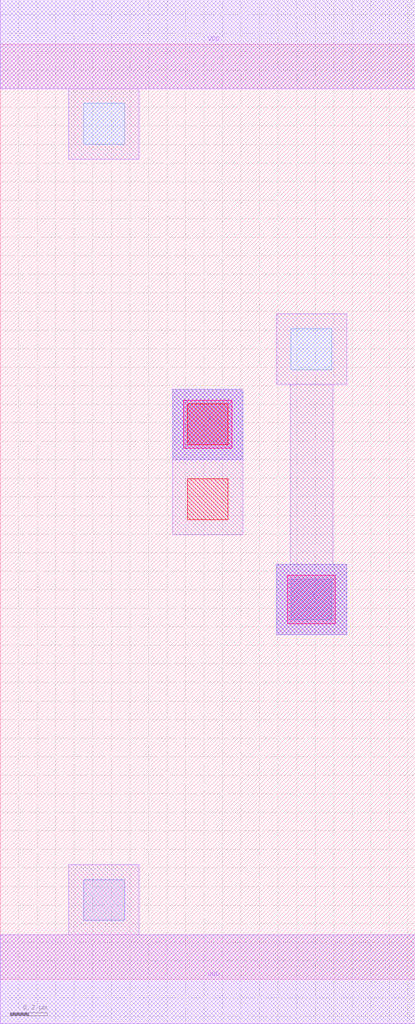
<source format=lef>
MACRO INV
 CLASS CORE ;
 FOREIGN INV 0 0 ;
 SIZE 2.24 BY 5.04 ;
 ORIGIN 0 0 ;
 SYMMETRY X Y R90 ;
 SITE unit ;
  PIN VDD
   DIRECTION INOUT ;
   USE POWER ;
   SHAPE ABUTMENT ;
    PORT
     CLASS CORE ;
       LAYER met1 ;
        RECT 0.00000000 4.80000000 2.24000000 5.28000000 ;
    END
  END VDD

  PIN GND
   DIRECTION INOUT ;
   USE POWER ;
   SHAPE ABUTMENT ;
    PORT
     CLASS CORE ;
       LAYER met1 ;
        RECT 0.00000000 -0.24000000 2.24000000 0.24000000 ;
    END
  END GND

  PIN Y
   DIRECTION INOUT ;
   USE SIGNAL ;
   SHAPE ABUTMENT ;
    PORT
     CLASS CORE ;
       LAYER met2 ;
        RECT 1.49000000 1.85700000 1.87000000 2.23700000 ;
    END
  END Y

  PIN A
   DIRECTION INOUT ;
   USE SIGNAL ;
   SHAPE ABUTMENT ;
    PORT
     CLASS CORE ;
       LAYER met2 ;
        RECT 0.93000000 2.80200000 1.31000000 3.18200000 ;
    END
  END A

 OBS
    LAYER polycont ;
     RECT 1.01000000 2.47700000 1.23000000 2.69700000 ;
     RECT 1.01000000 2.88200000 1.23000000 3.10200000 ;

    LAYER pdiffc ;
     RECT 1.57000000 3.28700000 1.79000000 3.50700000 ;
     RECT 0.45000000 4.50200000 0.67000000 4.72200000 ;

    LAYER ndiffc ;
     RECT 0.45000000 0.31700000 0.67000000 0.53700000 ;
     RECT 1.57000000 1.93700000 1.79000000 2.15700000 ;

    LAYER met1 ;
     RECT 0.00000000 -0.24000000 2.24000000 0.24000000 ;
     RECT 0.37000000 0.24000000 0.75000000 0.61700000 ;
     RECT 0.93000000 2.39700000 1.31000000 3.18200000 ;
     RECT 1.49000000 1.85700000 1.87000000 2.23700000 ;
     RECT 1.56500000 2.23700000 1.79500000 3.20700000 ;
     RECT 1.49000000 3.20700000 1.87000000 3.58700000 ;
     RECT 0.37000000 4.42200000 0.75000000 4.80000000 ;
     RECT 0.00000000 4.80000000 2.24000000 5.28000000 ;

    LAYER via1 ;
     RECT 1.55000000 1.91700000 1.81000000 2.17700000 ;
     RECT 0.99000000 2.86200000 1.25000000 3.12200000 ;

    LAYER met2 ;
     RECT 1.49000000 1.85700000 1.87000000 2.23700000 ;
     RECT 0.93000000 2.80200000 1.31000000 3.18200000 ;

 END
END INV

</source>
